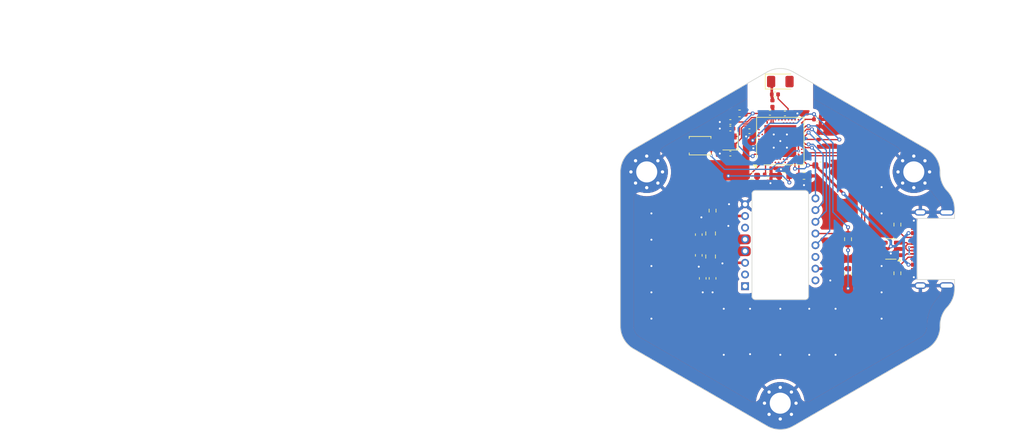
<source format=kicad_pcb>
(kicad_pcb (version 20240108) (generator "pcbnew") (generator_version "8.0")
  (title_block (title "HexTrack PCB") (date "2025-01-09") (rev "v0.0.1") (company "TMShader") (comment 9 "HexTrack"))
  (layers (0 "F.Cu" signal) (31 "B.Cu" signal) (34 "B.Paste" user) (35 "F.Paste" user) (36 "B.SilkS" user "B.Silkscreen") (37 "F.SilkS" user "F.Silkscreen") (38 "B.Mask" user) (39 "F.Mask" user) (44 "Edge.Cuts" user))
  (net 0 "")
  (net 1 "GND")
  (net 2 "VBUS")
  (net 3 "+1V8")
  (net 4 "Net-(NS1-VDDPIX)")
  (net 5 "Net-(NS1-LED_P)")
  (net 11 "Net-(NS1-~{RESET})")
  (net 12 "Net-(USB1-CC1)")
  (net 13 "Net-(USB1-CC2)")
  (net 59 "/Block Diagram/MCU/~{CS}")
  (net 60 "/Block Diagram/MCU/MOSI")
  (net 61 "/Block Diagram/MCU/MISO")
  (net 62 "/Block Diagram/MCU/SCLK")
  (net 63 "/Block Diagram/MCU/MOTION")
  (net 64 "/Block Diagram/MCU/USB_D-")
  (net 65 "/Block Diagram/MCU/USB_D+")
  (net 68 "/Block Diagram/USB-C/ND-")
  (net 69 "/Block Diagram/USB-C/ND+")
  (net 70 "/Block Diagram/MCU/~{RESET}")
  (net 71 "Net-(ANT1-A)")
  (net 72 "Net-(U2-DEC1)")
  (net 73 "Net-(U2-DEC3)")
  (net 74 "Net-(U2-DEC5)")
  (net 75 "Net-(U2-DECUSB)")
  (net 76 "Net-(U2-DEC4)")
  (net 77 "Net-(U2-XC1)")
  (net 78 "Net-(U2-XC2)")
  (net 79 "RF_GND")
  (net 80 "Net-(U2-ANT)")
  (footprint "MountingHole:MountingHole_3.2mm_M3_Pad_Via" (layer "F.Cu") (at 148.59 128.85652)
    (property "Reference" "H3" (hide yes))
    (property "Value" "Mounting hole with pad" (hide yes))
  )
  (footprint "Capacitor_SMD:C_0402_1005Metric" (layer "F.Cu") (at 141 86.1)
    (property "Reference" "C8" (hide yes))
    (property "Value" "100pF" (hide yes))
  )
  (footprint "Capacitor_SMD:C_0603_1608Metric" (layer "F.Cu") (at 136.2 106.375 -90)
    (property "Reference" "C4" (hide yes))
    (property "Value" "100nF" (hide yes))
  )
  (footprint "Capacitor_SMD:C_0805_2012Metric" (layer "F.Cu") (at 138 103.05 90)
    (property "Reference" "C2" (hide yes))
    (property "Value" "10uF" (hide yes))
  )
  (footprint "Capacitor_SMD:C_0402_1005Metric" (layer "F.Cu") (at 154.4 88.3 -90)
    (property "Reference" "C14" (hide yes))
    (property "Value" "100nF" (hide yes))
  )
  (footprint "Capacitor_SMD:C_0603_1608Metric" (layer "F.Cu") (at 152.2 94.3 180)
    (property "Reference" "C10" (hide yes))
    (property "Value" "4.7uF" (hide yes))
  )
  (footprint "Crystal:Crystal_SMD_2016-4Pin_2.0x1.6mm" (layer "F.Cu") (at 141 89 90)
    (property "Reference" "Y1" (hide yes))
    (property "Value" "32 MHz Crystal" (hide yes))
  )
  (footprint "Resistor_SMD:R_0603_1608Metric" (layer "F.Cu") (at 138.3 99.575 90)
    (property "Reference" "R1" (hide yes))
    (property "Value" "10k" (hide yes))
  )
  (footprint "Capacitor_SMD:C_0603_1608Metric" (layer "F.Cu") (at 149.2 94.3)
    (property "Reference" "C16" (hide yes))
    (property "Value" "4.7uF" (hide yes))
  )
  (footprint "MountingHole:MountingHole_3.2mm_M3_Pad_Via" (layer "F.Cu") (at 128.284717 93.686739)
    (property "Reference" "H1" (hide yes))
    (property "Value" "Mounting hole with pad" (hide yes))
  )
  (footprint "MountingHole:MountingHole_3.2mm_M3_Pad_Via" (layer "F.Cu") (at 168.895282 93.686739)
    (property "Reference" "H2" (hide yes))
    (property "Value" "Mounting hole with pad" (hide yes))
  )
  (footprint "Capacitor_SMD:C_0603_1608Metric" (layer "F.Cu") (at 136.2 103.225 90)
    (property "Reference" "C1" (hide yes))
    (property "Value" "100nF" (hide yes))
  )
  (footprint "Capacitor_SMD:C_0402_1005Metric" (layer "F.Cu") (at 147.78 81.9 180)
    (property "Reference" "C21" (hide yes))
    (property "Value" "0.5pF" (hide yes))
  )
  (footprint "Capacitor_SMD:C_0402_1005Metric" (layer "F.Cu") (at 146.7 94.1 180)
    (property "Reference" "C7" (hide yes))
    (property "Value" "100nF" (hide yes))
  )
  (footprint "Inductor_SMD:L_0402_1005Metric" (layer "F.Cu") (at 147.4 83.3 -90)
    (property "Reference" "L1" (hide yes))
    (property "Value" "4.7nH" (hide yes))
  )
  (footprint "Capacitor_SMD:C_0402_1005Metric" (layer "F.Cu") (at 143.9 87.5)
    (property "Reference" "C15" (hide yes))
    (property "Value" "100nF" (hide yes))
  )
  (footprint "Capacitor_SMD:C_0402_1005Metric" (layer "F.Cu") (at 147.02 84.7)
    (property "Reference" "C20" (hide yes))
    (property "Value" "0.8pF" (hide yes))
  )
  (footprint "Button_Switch_SMD:SW_SPST_B3U-1000P" (layer "F.Cu") (at 136.4 89.7)
    (property "Reference" "SW1" (hide yes))
    (property "Value" "B3U-1000P" (hide yes))
  )
  (footprint "Resistor_SMD:R_0603_1608Metric" (layer "F.Cu") (at 166.4 101.7 -90)
    (property "Reference" "R5" (hide yes))
    (property "Value" "5.1k" (hide yes))
  )
  (footprint "Resistor_SMD:R_0603_1608Metric" (layer "F.Cu") (at 158.9 109.225 90)
    (property "Reference" "R2" (hide yes))
    (property "Value" "13R" (hide yes))
  )
  (footprint "Capacitor_SMD:C_0603_1608Metric" (layer "F.Cu") (at 144.3 94.3 180)
    (property "Reference" "C17" (hide yes))
    (property "Value" "1uF" (hide yes))
  )
  (footprint "Capacitor_SMD:C_0603_1608Metric" (layer "F.Cu") (at 142.4 84.8)
    (property "Reference" "C11" (hide yes))
    (property "Value" "1uF" (hide yes))
  )
  (footprint "HexTrack:Nordic_AQFN-73-1EP_7x7mm_P0.5mm" (layer "F.Cu") (at 148.6 89 90)
    (property "Reference" "U2" (hide yes))
    (property "Value" "nRF52840" (hide yes))
  )
  (footprint "Capacitor_SMD:C_0805_2012Metric" (layer "F.Cu") (at 138 106.55 -90)
    (property "Reference" "C3" (hide yes))
    (property "Value" "10uF" (hide yes))
  )
  (footprint "Capacitor_SMD:C_0603_1608Metric" (layer "F.Cu") (at 136.8 109.875 -90)
    (property "Reference" "C6" (hide yes))
    (property "Value" "4.7uF 10V" (hide yes))
  )
  (footprint "Capacitor_SMD:C_0603_1608Metric" (layer "F.Cu") (at 154.7 92.7 180)
    (property "Reference" "C13" (hide yes))
    (property "Value" "4.7uF" (hide yes))
  )
  (footprint "Resistor_SMD:R_0603_1608Metric" (layer "F.Cu") (at 166.4 109.1 90)
    (property "Reference" "R4" (hide yes))
    (property "Value" "5.1k" (hide yes))
  )
  (footprint "Capacitor_SMD:C_0603_1608Metric" (layer "F.Cu") (at 138.3 109.875 -90)
    (property "Reference" "C5" (hide yes))
    (property "Value" "100nF" (hide yes))
  )
  (footprint "HexTrack:USB_C_16P_CB0.8_073" (layer "F.Cu") (at 176 105.4 -90)
    (property "Reference" "USB1")
    (property "Value" "USB Type-C Receptacle 16P" (hide yes))
  )
  (footprint "Capacitor_SMD:C_0402_1005Metric" (layer "F.Cu") (at 141 90.9 180)
    (property "Reference" "C19" (hide yes))
    (property "Value" "12pF" (hide yes))
  )
  (footprint "Capacitor_SMD:C_0402_1005Metric" (layer "F.Cu") (at 141 87.1 180)
    (property "Reference" "C18" (hide yes))
    (property "Value" "12pF" (hide yes))
  )
  (footprint "Resistor_SMD:R_0603_1608Metric" (layer "F.Cu") (at 158.9 103.925 -90)
    (property "Reference" "R3" (hide yes))
    (property "Value" "10k" (hide yes))
  )
  (footprint "Capacitor_SMD:C_0402_1005Metric" (layer "F.Cu") (at 149.3 84.8 180)
    (property "Reference" "C9" (hide yes))
    (property "Value" "820pF" (hide yes))
  )
  (footprint "Package_TO_SOT_SMD:SOT-23-6" (layer "F.Cu") (at 165.4 105.4 180)
    (property "Reference" "U1" (hide yes))
    (property "Value" "USBLC6-2SC6" (hide yes))
  )
  (footprint "Diode_SMD:D_1206_3216Metric" (layer "F.Cu") (at 148.6 79.950605)
    (property "Reference" "ANT1" (hide yes))
    (property "Value" "Antenna" (hide yes))
  )
  (footprint "Capacitor_SMD:C_0402_1005Metric" (layer "F.Cu") (at 154.2 85.7 180)
    (property "Reference" "C12" (hide yes))
    (property "Value" "100nF" (hide yes))
  )
  (footprint "HexTrack:PixArt_PMW3389DM-T3QU" (layer "B.Cu") (at 148.59 105.41)
    (property "Reference" "NS1" (hide yes))
    (property "Value" "PMW3389DM-T3QU" (hide yes))
    (fp_line (start -4.3 7.2) (end -4.3 -8.4) (stroke (width 0.1)) (layer "Edge.Cuts"))
    (fp_line (start 3.8 -8.9) (end -3.8 -8.9) (stroke (width 0.1)) (layer "Edge.Cuts"))
    (fp_line (start 3.8 7.7) (end -3.8 7.7) (stroke (width 0.1)) (layer "Edge.Cuts"))
    (fp_line (start 4.3 -8.4) (end 4.3 7.2) (stroke (width 0.1)) (layer "Edge.Cuts"))
    (fp_arc (start -4.3 -8.4) (mid -4.153553 -8.753553) (end -3.8 -8.9) (stroke (width 0.1)) (layer "Edge.Cuts"))
    (fp_arc (start -3.8 7.7) (mid -4.153554 7.553554) (end -4.3 7.2) (stroke (width 0.1)) (layer "Edge.Cuts"))
    (fp_arc (start 3.8 -8.9) (mid 4.153553 -8.753553) (end 4.3 -8.4) (stroke (width 0.1)) (layer "Edge.Cuts"))
    (fp_arc (start 4.3 7.2) (mid 4.153553 7.553553) (end 3.8 7.7) (stroke (width 0.1)) (layer "Edge.Cuts"))
  )
  (gr_arc (start 124.284717 93.686739) (mid 124.820615 91.686738) (end 126.284717 90.222637) (stroke (width 0.1)) (layer "Edge.Cuts"))
  (gr_line (start 169.39 110.06) (end 169.39 100.76) (stroke (width 0.1)) (layer "Edge.Cuts"))
  (gr_line (start 124.284717 93.686739) (end 124.284717 117.13326) (stroke (width 0.1)) (layer "Edge.Cuts"))
  (gr_arc (start 172.895282 116.979447) (mid 173.179744 115.497993) (end 173.992641 114.227234) (stroke (width 0.1)) (layer "Edge.Cuts"))
  (gr_arc (start 173.992641 96.592765) (mid 174.805549 97.863519) (end 175.09 99.344977) (stroke (width 0.1)) (layer "Edge.Cuts"))
  (gr_line (start 126.284717 120.597362) (end 146.59 132.320622) (stroke (width 0.1)) (layer "Edge.Cuts"))
  (gr_line (start 146.59 78.499377) (end 126.284717 90.222637) (stroke (width 0.1)) (layer "Edge.Cuts"))
  (gr_arc (start 150.59 132.320622) (mid 148.59 132.85652) (end 146.59 132.320622) (stroke (width 0.1)) (layer "Edge.Cuts"))
  (gr_line (start 172.895282 117.13326) (end 172.895282 116.979447) (stroke (width 0.1)) (layer "Edge.Cuts"))
  (gr_arc (start 170.895282 90.222637) (mid 172.359385 91.686738) (end 172.895282 93.686739) (stroke (width 0.1)) (layer "Edge.Cuts"))
  (gr_arc (start 173.992641 96.592765) (mid 173.179751 95.322007) (end 172.895282 93.840552) (stroke (width 0.1)) (layer "Edge.Cuts"))
  (gr_line (start 150.59 132.320622) (end 170.895282 120.597362) (stroke (width 0.1)) (layer "Edge.Cuts"))
  (gr_line (start 175.09 110.06) (end 169.39 110.06) (stroke (width 0.1)) (layer "Edge.Cuts"))
  (gr_line (start 169.39 100.76) (end 175.09 100.76) (stroke (width 0.1)) (layer "Edge.Cuts"))
  (gr_arc (start 146.59 78.499377) (mid 148.59 77.963479) (end 150.59 78.499377) (stroke (width 0.1)) (layer "Edge.Cuts"))
  (gr_arc (start 172.895282 117.13326) (mid 172.359387 119.133262) (end 170.895282 120.597362) (stroke (width 0.1)) (layer "Edge.Cuts"))
  (gr_line (start 170.895282 90.222637) (end 150.59 78.499377) (stroke (width 0.1)) (layer "Edge.Cuts"))
  (gr_arc (start 175.09 111.475022) (mid 174.805531 112.95647) (end 173.992641 114.227234) (stroke (width 0.1)) (layer "Edge.Cuts"))
  (gr_arc (start 126.284717 120.597362) (mid 124.820615 119.13326) (end 124.284717 117.13326) (stroke (width 0.1)) (layer "Edge.Cuts"))
  (gr_line (start 172.895282 93.840552) (end 172.895282 93.686739) (stroke (width 0.1)) (layer "Edge.Cuts"))
  (gr_line (start 175.09 100.76) (end 175.09 99.344977) (stroke (width 0.1)) (layer "Edge.Cuts"))
  (gr_line (start 175.09 111.475022) (end 175.09 110.06) (stroke (width 0.1)) (layer "Edge.Cuts"))
  (segment (start 148.26 81.9) (end 148.26 82.56) (width 0.2) (layer "F.Cu") (net 1))
  (segment (start 144.975 90.575) (end 145.775 90.575) (width 0.2) (layer "F.Cu") (net 1))
  (segment (start 148.26 82.56) (end 149.78 84.08) (width 0.2) (layer "F.Cu") (net 1))
  (segment (start 144.5 90.1) (end 144.975 90.575) (width 0.2) (layer "F.Cu") (net 1))
  (segment (start 143.4 87.52) (end 143.42 87.5) (width 0.4) (layer "F.Cu") (net 1))
  (segment (start 145.775 90.575) (end 145.85 90.5) (width 0.2) (layer "F.Cu") (net 1))
  (segment (start 165.4 106.1) (end 166.1 105.4) (width 0.2) (layer "F.Cu") (net 1))
  (segment (start 143.4 88.3) (end 143.4 87.52) (width 0.4) (layer "F.Cu") (net 1))
  (segment (start 136.2 108.1) (end 136.2 107.15) (width 0.4) (layer "F.Cu") (net 1))
  (segment (start 149.78 84.08) (end 149.78 84.8) (width 0.2) (layer "F.Cu") (net 1))
  (segment (start 166.1 105.4) (end 166.5375 105.4) (width 0.2) (layer "F.Cu") (net 1))
  (via (at 168.9 101.1) (size 0.6) (drill 0.3) (layers "F.Cu" "B.Cu") (net 1))
  (via (at 129 116) (size 0.6) (drill 0.3) (layers "F.Cu" "B.Cu") (net 1))
  (via (at 148.6 114.5) (size 0.6) (drill 0.3) (layers "F.Cu" "B.Cu") (net 1))
  (via (at 148.6 121.5) (size 0.6) (drill 0.3) (layers "F.Cu" "B.Cu") (net 1))
  (via (at 140 114.5) (size 0.6) (drill 0.3) (layers "F.Cu" "B.Cu") (net 1))
  (via (at 165.4 106.1) (size 0.6) (drill 0.3) (layers "F.Cu" "B.Cu") (net 1))
  (via (at 144 121.4) (size 0.6) (drill 0.3) (layers "F.Cu" "B.Cu") (net 1))
  (via (at 148.7 93.3) (size 0.6) (drill 0.3) (layers "F.Cu" "B.Cu") (net 1))
  (via (at 139.4 86.1) (size 0.6) (drill 0.3) (layers "F.Cu" "B.Cu") (net 1))
  (via (at 129 112) (size 0.6) (drill 0.3) (layers "F.Cu" "B.Cu") (net 1))
  (via (at 140.7 101.9) (size 0.6) (drill 0.3) (layers "F.Cu" "B.Cu") (net 1))
  (via (at 138.3 112) (size 0.6) (drill 0.3) (layers "F.Cu" "B.Cu") (net 1))
  (via (at 164 108) (size 0.6) (drill 0.3) (layers "F.Cu" "B.Cu") (net 1))
  (via (at 139.4 90.9) (size 0.6) (drill 0.3) (layers "F.Cu" "B.Cu") (net 1))
  (via (at 129 100) (size 0.6) (drill 0.3) (layers "F.Cu" "B.Cu") (net 1))
  (via (at 129 104) (size 0.6) (drill 0.3) (layers "F.Cu" "B.Cu") (net 1))
  (via (at 147.1 95.4) (size 0.6) (drill 0.3) (layers "F.Cu" "B.Cu") (net 1))
  (via (at 157 121.5) (size 0.6) (drill 0.3) (layers "F.Cu" "B.Cu") (net 1))
  (via (at 168.9 109.7) (size 0.6) (drill 0.3) (layers "F.Cu" "B.Cu") (net 1))
  (via (at 136.6 100.6) (size 0.6) (drill 0.3) (layers "F.Cu" "B.Cu") (net 1))
  (via (at 148.6 89) (size 0.6) (drill 0.3) (layers "F.Cu" "B.Cu") (net 1))
  (via (at 143.4 88.3) (size 0.6) (drill 0.3) (layers "F.Cu" "B.Cu") (net 1))
  (via (at 149.6 90) (size 0.6) (drill 0.3) (layers "F.Cu" "B.Cu") (net 1))
  (via (at 156.2 110.2) (size 0.6) (drill 0.3) (layers "F.Cu" "B.Cu") (net 1))
  (via (at 164 112) (size 0.6) (drill 0.3) (layers "F.Cu" "B.Cu") (net 1))
  (via (at 136.8 112) (size 0.6) (drill 0.3) (layers "F.Cu" "B.Cu") (net 1))
  (via (at 139.4 87.1) (size 0.6) (drill 0.3) (layers "F.Cu" "B.Cu") (net 1))
  (via (at 153 121.5) (size 0.6) (drill 0.3) (layers "F.Cu" "B.Cu") (net 1))
  (via (at 164 100) (size 0.6) (drill 0.3) (layers "F.Cu" "B.Cu") (net 1))
  (via (at 136.2 108.1) (size 0.6) (drill 0.3) (layers "F.Cu" "B.Cu") (net 1))
  (via (at 129 108) (size 0.6) (drill 0.3) (layers "F.Cu" "B.Cu") (net 1))
  (via (at 147.6 88) (size 0.6) (drill 0.3) (layers "F.Cu" "B.Cu") (net 1))
  (via (at 144 114.5) (size 0.6) (drill 0.3) (layers "F.Cu" "B.Cu") (net 1))
  (via (at 151.2 84.8) (size 0.6) (drill 0.3) (layers "F.Cu" "B.Cu") (net 1))
  (via (at 153 114.5) (size 0.6) (drill 0.3) (layers "F.Cu" "B.Cu") (net 1))
  (via (at 149.6 88) (size 0.6) (drill 0.3) (layers "F.Cu" "B.Cu") (net 1))
  (via (at 139.8 107.6) (size 0.6) (drill 0.3) (layers "F.Cu" "B.Cu") (net 1))
  (via (at 140 121.5) (size 0.6) (drill 0.3) (layers "F.Cu" "B.Cu") (net 1))
  (via (at 157 114.5) (size 0.6) (drill 0.3) (layers "F.Cu" "B.Cu") (net 1))
  (via (at 147.6 90) (size 0.6) (drill 0.3) (layers "F.Cu" "B.Cu") (net 1))
  (via (at 164 96) (size 0.6) (drill 0.3) (layers "F.Cu" "B.Cu") (net 1))
  (via (at 164 116) (size 0.6) (drill 0.3) (layers "F.Cu" "B.Cu") (net 1))
  (via (at 144.5 90.1) (size 0.6) (drill 0.3) (layers "F.Cu" "B.Cu") (net 1))
  (via (at 152.2 95.7) (size 0.6) (drill 0.3) (layers "F.Cu" "B.Cu") (net 1))
  (via (at 140.8 98.6) (size 0.6) (drill 0.3) (layers "F.Cu" "B.Cu") (net 1))
  (segment (start 165 105.4) (end 164.2625 105.4) (width 0.4) (layer "F.Cu") (net 2))
  (segment (start 158.2 96.975) (end 153.925 92.7) (width 0.4) (layer "F.Cu") (net 2))
  (segment (start 152.8 92.7) (end 151.85 91.75) (width 0.2) (layer "F.Cu") (net 2))
  (segment (start 168.1 103) (end 169 103) (width 0.2) (layer "F.Cu") (net 2))
  (segment (start 150.823612 93.2) (end 150.823612 92.122571) (width 0.2) (layer "F.Cu") (net 2))
  (segment (start 165.4 105) (end 165 105.4) (width 0.4) (layer "F.Cu") (net 2))
  (segment (start 158.2 97) (end 158.2 96.975) (width 0.4) (layer "F.Cu") (net 2))
  (segment (start 150.823612 92.122571) (end 150.6 91.898959) (width 0.2) (layer "F.Cu") (net 2))
  (segment (start 153.925 92.7) (end 152.8 92.7) (width 0.2) (layer "F.Cu") (net 2))
  (segment (start 168.1 107.8) (end 169 107.8) (width 0.2) (layer "F.Cu") (net 2))
  (segment (start 150.6 91.898959) (end 150.6 91.75) (width 0.2) (layer "F.Cu") (net 2))
  (via (at 152.8 92.7) (size 0.6) (drill 0.3) (layers "F.Cu" "B.Cu") (net 2))
  (via (at 150.823612 93.2) (size 0.6) (drill 0.3) (layers "F.Cu" "B.Cu") (net 2))
  (via (at 165.4 105) (size 0.6) (drill 0.3) (layers "F.Cu" "B.Cu") (net 2))
  (via (at 168.1 107.8) (size 0.6) (drill 0.3) (layers "F.Cu" "B.Cu") (net 2))
  (via (at 158.2 97) (size 0.6) (drill 0.3) (layers "F.Cu" "B.Cu") (net 2))
  (via (at 168.1 103) (size 0.6) (drill 0.3) (layers "F.Cu" "B.Cu") (net 2))
  (segment (start 166.1 105) (end 168.1 103) (width 0.4) (layer "B.Cu") (net 2))
  (segment (start 150.823612 93.2) (end 152.3 93.2) (width 0.2) (layer "B.Cu") (net 2))
  (segment (start 165.4 105) (end 166.1 105) (width 0.4) (layer "B.Cu") (net 2))
  (segment (start 152.3 93.2) (end 152.8 92.7) (width 0.2) (layer "B.Cu") (net 2))
  (segment (start 167.35 107.05) (end 168.1 107.8) (width 0.4) (layer "B.Cu") (net 2))
  (segment (start 167.35 103.75) (end 167.35 107.05) (width 0.4) (layer "B.Cu") (net 2))
  (segment (start 168.1 103) (end 167.35 103.75) (width 0.4) (layer "B.Cu") (net 2))
  (segment (start 165.4 104.2) (end 165.4 105) (width 0.4) (layer "B.Cu") (net 2))
  (segment (start 158.2 97) (end 165.4 104.2) (width 0.4) (layer "B.Cu") (net 2))
  (segment (start 153.72 84.9) (end 153.72 85.7) (width 0.2) (layer "F.Cu") (net 3))
  (segment (start 149.975 95.3) (end 149.975 94.3) (width 0.2) (layer "F.Cu") (net 3))
  (segment (start 144.38 87.5) (end 144.38 87.02) (width 0.2) (layer "F.Cu") (net 3))
  (segment (start 143.24 105.73) (end 138.13 105.73) (width 0.4) (layer "F.Cu") (net 3))
  (segment (start 154.37 88.75) (end 154.4 88.78) (width 0.2) (layer "F.Cu") (net 3))
  (segment (start 136.2 104) (end 138 104) (width 0.4) (layer "F.Cu") (net 3))
  (segment (start 150.35 92.55) (end 150.35 92.25) (width 0.2) (layer "F.Cu") (net 3))
  (segment (start 144.65 86.75) (end 145.35 86.75) (width 0.2) (layer "F.Cu") (net 3))
  (segment (start 138.13 105.73) (end 138 105.6) (width 0.4) (layer "F.Cu") (net 3))
  (segment (start 144.38 87.02) (end 144.65 86.75) (width 0.2) (layer "F.Cu") (net 3))
  (segment (start 150 94.275) (end 150 92.9) (width 0.2) (layer "F.Cu") (net 3))
  (segment (start 151.85 86.25) (end 152.4 85.7) (width 0.2) (layer "F.Cu") (net 3))
  (segment (start 149.975 94.3) (end 150 94.275) (width 0.2) (layer "F.Cu") (net 3))
  (segment (start 145.85 92.25) (end 143.8 94.3) (width 0.2) (layer "F.Cu") (net 3))
  (segment (start 152.4 85.7) (end 153.72 85.7) (width 0.2) (layer "F.Cu") (net 3))
  (segment (start 143.8 94.3) (end 143.525 94.3) (width 0.2) (layer "F.Cu") (net 3))
  (segment (start 157.58 88.78) (end 154.4 88.78) (width 0.2) (layer "F.Cu") (net 3))
  (segment (start 138 104) (end 143.19 104) (width 0.4) (layer "F.Cu") (net 3))
  (segment (start 158.9 104.75) (end 158.9 105.6) (width 0.2) (layer "F.Cu") (net 3))
  (segment (start 143.19 104) (end 143.24 103.95) (width 0.4) (layer "F.Cu") (net 3))
  (segment (start 151.85 88.75) (end 154.37 88.75) (width 0.2) (layer "F.Cu") (net 3))
  (segment (start 136.2 105.6) (end 138 105.6) (width 0.4) (layer "F.Cu") (net 3))
  (segment (start 150 92.9) (end 150.35 92.55) (width 0.2) (layer "F.Cu") (net 3))
  (via (at 144.4 88.9) (size 0.6) (drill 0.3) (layers "F.Cu" "B.Cu") (net 3))
  (via (at 158.9 105.6) (size 0.6) (drill 0.3) (layers "F.Cu" "B.Cu") (net 3))
  (via (at 149.975 95.3) (size 0.6) (drill 0.3) (layers "F.Cu" "B.Cu") (net 3))
  (via (at 157.58 88.78) (size 0.6) (drill 0.3) (layers "F.Cu" "B.Cu") (net 3))
  (via (at 140.7 94.3) (size 0.6) (drill 0.3) (layers "F.Cu" "B.Cu") (net 3))
  (via (at 153.72 84.9) (size 0.6) (drill 0.3) (layers "F.Cu" "B.Cu") (net 3))
  (via (at 158.9 111.4) (size 0.6) (drill 0.3) (layers "F.Cu" "B.Cu") (net 3))
  (segment (start 147 86.3) (end 151.1 86.3) (width 0.2) (layer "B.Cu") (net 3))
  (segment (start 157.58 88.78) (end 153.72 84.92) (width 0.2) (layer "B.Cu") (net 3))
  (segment (start 152.5 84.9) (end 153.72 84.9) (width 0.2) (layer "B.Cu") (net 3))
  (segment (start 153.72 84.92) (end 153.72 84.9) (width 0.2) (layer "B.Cu") (net 3))
  (segment (start 151.1 86.3) (end 152.5 84.9) (width 0.2) (layer "B.Cu") (net 3))
  (segment (start 158.9 105.6) (end 158.9 111.4) (width 0.2) (layer "B.Cu") (net 3))
  (segment (start 148.975 94.3) (end 149.975 95.3) (width 0.2) (layer "B.Cu") (net 3))
  (segment (start 140.7 94.3) (end 148.975 94.3) (width 0.2) (layer "B.Cu") (net 3))
  (segment (start 144.4 88.9) (end 147 86.3) (width 0.2) (layer "B.Cu") (net 3))
  (segment (start 140 109.1) (end 141.59 107.51) (width 0.4) (layer "F.Cu") (net 4))
  (segment (start 138.3 109.1) (end 136.8 109.1) (width 0.4) (layer "F.Cu") (net 4))
  (segment (start 138.3 109.1) (end 140 109.1) (width 0.4) (layer "F.Cu") (net 4))
  (segment (start 141.59 107.51) (end 143.24 107.51) (width 0.4) (layer "F.Cu") (net 4))
  (segment (start 153.94 108.4) (end 158.9 108.4) (width 0.4) (layer "F.Cu") (net 5))
  (segment (start 143.24 100.39) (end 138.31 100.39) (width 0.4) (layer "F.Cu") (net 11))
  (segment (start 138.31 100.39) (end 138.3 100.4) (width 0.4) (layer "F.Cu") (net 11))
  (segment (start 169 106.65) (end 168.05 106.65) (width 0.2) (layer "F.Cu") (net 12))
  (segment (start 168.05 106.65) (end 166.425 108.275) (width 0.2) (layer "F.Cu") (net 12))
  (segment (start 166.425 108.275) (end 166.4 108.275) (width 0.2) (layer "F.Cu") (net 12))
  (segment (start 166.4 102.525) (end 167.525 103.65) (width 0.2) (layer "F.Cu") (net 13))
  (segment (start 167.525 103.65) (end 169 103.65) (width 0.2) (layer "F.Cu") (net 13))
  (segment (start 153.4 87.2) (end 152.6 87.2) (width 0.2) (layer "F.Cu") (net 59))
  (segment (start 152.05 87.75) (end 151.85 87.75) (width 0.2) (layer "F.Cu") (net 59))
  (segment (start 152.6 87.2) (end 152.05 87.75) (width 0.2) (layer "F.Cu") (net 59))
  (via (at 153.4 87.2) (size 0.6) (drill 0.3) (layers "F.Cu" "B.Cu") (net 59))
  (segment (start 153.94 104.84) (end 156.1 102.68) (width 0.2) (layer "B.Cu") (net 59))
  (segment (start 156.1 102.68) (end 156.1 89.9) (width 0.2) (layer "B.Cu") (net 59))
  (segment (start 156.1 89.9) (end 153.4 87.2) (width 0.2) (layer "B.Cu") (net 59))
  (segment (start 151.85 88.25) (end 152.35 88.25) (width 0.2) (layer "F.Cu") (net 60))
  (segment (start 152.35 88.25) (end 152.9 87.7) (width 0.2) (layer "F.Cu") (net 60))
  (via (at 152.9 87.7) (size 0.6) (drill 0.3) (layers "F.Cu" "B.Cu") (net 60))
  (segment (start 153.94 101.28) (end 155.6 99.62) (width 0.2) (layer "B.Cu") (net 60))
  (segment (start 155.6 99.62) (end 155.6 90.4) (width 0.2) (layer "B.Cu") (net 60))
  (segment (start 155.6 90.4) (end 152.9 87.7) (width 0.2) (layer "B.Cu") (net 60))
  (segment (start 152.5 86.7) (end 151.95 87.25) (width 0.2) (layer "F.Cu") (net 61))
  (segment (start 158.9 103.1) (end 158.9 102.1) (width 0.2) (layer "F.Cu") (net 61))
  (segment (start 158.86 103.06) (end 158.9 103.1) (width 0.4) (layer "F.Cu") (net 61))
  (segment (start 151.95 87.25) (end 151.85 87.25) (width 0.2) (layer "F.Cu") (net 61))
  (segment (start 152.9 86.7) (end 152.5 86.7) (width 0.2) (layer "F.Cu") (net 61))
  (segment (start 153.94 103.06) (end 158.86 103.06) (width 0.2) (layer "F.Cu") (net 61))
  (via (at 158.9 102.1) (size 0.6) (drill 0.3) (layers "F.Cu" "B.Cu") (net 61))
  (via (at 152.9 86.7) (size 0.6) (drill 0.3) (layers "F.Cu" "B.Cu") (net 61))
  (segment (start 158.9 102.1) (end 156.6 99.8) (width 0.2) (layer "B.Cu") (net 61))
  (segment (start 156.6 99.8) (end 156.6 89.3) (width 0.2) (layer "B.Cu") (net 61))
  (segment (start 156.6 89.3) (end 154 86.7) (width 0.2) (layer "B.Cu") (net 61))
  (segment (start 154 86.7) (end 152.9 86.7) (width 0.2) (layer "B.Cu") (net 61))
  (segment (start 152.9 89.5) (end 152.45 89.5) (width 0.2) (layer "F.Cu") (net 62))
  (segment (start 152.2 89.25) (end 151.85 89.25) (width 0.2) (layer "F.Cu") (net 62))
  (segment (start 152.45 89.5) (end 152.2 89.25) (width 0.2) (layer "F.Cu") (net 62))
  (via (at 152.9 89.5) (size 0.6) (drill 0.3) (layers "F.Cu" "B.Cu") (net 62))
  (segment (start 153.607107 89.5) (end 152.9 89.5) (width 0.2) (layer "B.Cu") (net 62))
  (segment (start 155.1 98.34) (end 155.1 90.992893) (width 0.2) (layer "B.Cu") (net 62))
  (segment (start 153.94 99.5) (end 155.1 98.34) (width 0.2) (layer "B.Cu") (net 62))
  (segment (start 155.1 90.992893) (end 153.607107 89.5) (width 0.2) (layer "B.Cu") (net 62))
  (segment (start 153.4 90) (end 152.45 90) (width 0.2) (layer "F.Cu") (net 63))
  (segment (start 152.45 90) (end 152.2 89.75) (width 0.2) (layer "F.Cu") (net 63))
  (segment (start 152.2 89.75) (end 151.85 89.75) (width 0.2) (layer "F.Cu") (net 63))
  (via (at 153.4 90) (size 0.6) (drill 0.3) (layers "F.Cu" "B.Cu") (net 63))
  (segment (start 153.94 97.72) (end 153.94 90.54) (width 0.2) (layer "B.Cu") (net 63))
  (segment (start 153.94 90.54) (end 153.4 90) (width 0.2) (layer "B.Cu") (net 63))
  (segment (start 161.8068 105.625) (end 160.975 104.7932) (width 0.2) (layer "F.Cu") (net 64))
  (segment (start 160.975 94.0932) (end 158.106801 91.225001) (width 0.2) (layer "F.Cu") (net 64))
  (segment (start 151.874999 91.225001) (end 151.85 91.25) (width 0.2) (layer "F.Cu") (net 64))
  (segment (start 162.543749 105.625) (end 161.8068 105.625) (width 0.2) (layer "F.Cu") (net 64))
  (segment (start 160.975 104.7932) (end 160.975 94.0932) (width 0.2) (layer "F.Cu") (net 64))
  (segment (start 158.106801 91.225001) (end 151.874999 91.225001) (width 0.2) (layer "F.Cu") (net 64))
  (segment (start 163.268749 106.35) (end 162.543749 105.625) (width 0.2) (layer "F.Cu") (net 64))
  (segment (start 164.2625 106.35) (end 163.268749 106.35) (width 0.2) (layer "F.Cu") (net 64))
  (segment (start 161.9932 105.175) (end 161.425 104.6068) (width 0.2) (layer "F.Cu") (net 65))
  (segment (start 161.425 104.6068) (end 161.425 93.9068) (width 0.2) (layer "F.Cu") (net 65))
  (segment (start 161.425 93.9068) (end 158.293199 90.774999) (width 0.2) (layer "F.Cu") (net 65))
  (segment (start 162.543749 105.175) (end 161.9932 105.175) (width 0.2) (layer "F.Cu") (net 65))
  (segment (start 151.874999 90.774999) (end 151.85 90.75) (width 0.2) (layer "F.Cu") (net 65))
  (segment (start 158.293199 90.774999) (end 151.874999 90.774999) (width 0.2) (layer "F.Cu") (net 65))
  (segment (start 163.268749 104.45) (end 162.543749 105.175) (width 0.2) (layer "F.Cu") (net 65))
  (segment (start 164.2625 104.45) (end 163.268749 104.45) (width 0.2) (layer "F.Cu") (net 65))
  (segment (start 167.6 106.35) (end 166.5375 106.35) (width 0.2) (layer "F.Cu") (net 68))
  (segment (start 167.8 106.15) (end 168.2 106.15) (width 0.2) (layer "F.Cu") (net 68))
  (segment (start 167.6 106.35) (end 167.8 106.15) (width 0.2) (layer "F.Cu") (net 68))
  (segment (start 168.2 105.15) (end 169 105.15) (width 0.2) (layer "F.Cu") (net 68))
  (segment (start 168.2 106.15) (end 169 106.15) (width 0.2) (layer "F.Cu") (net 68))
  (via (at 168.2 106.15) (size 0.4) (drill 0.2) (layers "F.Cu" "B.Cu") (net 68))
  (via (at 168.2 105.15) (size 0.4) (drill 0.2) (layers "F.Cu" "B.Cu") (net 68))
  (segment (start 168.2 105.15) (end 168.2 106.15) (width 0.2) (layer "B.Cu") (net 68))
  (segment (start 167.7 105.357107) (end 167.7 104.942893) (width 0.2) (layer "F.Cu") (net 69))
  (segment (start 167.792893 104.45) (end 166.5375 104.45) (width 0.2) (layer "F.Cu") (net 69))
  (segment (start 167.992893 104.65) (end 169 104.65) (width 0.2) (layer "F.Cu") (net 69))
  (segment (start 167.7 104.942893) (end 167.992893 104.65) (width 0.2) (layer "F.Cu") (net 69))
  (segment (start 167.992893 105.65) (end 167.7 105.357107) (width 0.2) (layer "F.Cu") (net 69))
  (segment (start 169 105.65) (end 167.992893 105.65) (width 0.2) (layer "F.Cu") (net 69))
  (segment (start 167.992893 104.65) (end 167.792893 104.45) (width 0.2) (layer "F.Cu") (net 69))
  (segment (start 138.1 91.2) (end 138.1 89.7) (width 0.2) (layer "F.Cu") (net 70))
  (segment (start 151.35 89) (end 151.35 90.45) (width 0.2) (layer "F.Cu") (net 70))
  (segment (start 151.35 90.45) (end 151.4 90.5) (width 0.2) (layer "F.Cu") (net 70))
  (via (at 138.1 91.2) (size 0.4) (drill 0.2) (layers "F.Cu" "B.Cu") (net 70))
  (via (at 151.4 90.5) (size 0.4) (drill 0.2) (layers "F.Cu" "B.Cu") (net 70))
  (segment (start 138.1 91.3) (end 140.1 93.3) (width 0.2) (layer "B.Cu") (net 70))
  (segment (start 140.1 93.3) (end 147.2 93.3) (width 0.2) (layer "B.Cu") (net 70))
  (segment (start 148.8 92.4) (end 150.7 90.5) (width 0.2) (layer "B.Cu") (net 70))
  (segment (start 148.1 92.4) (end 148.8 92.4) (width 0.2) (layer "B.Cu") (net 70))
  (segment (start 138.1 91.2) (end 138.1 91.3) (width 0.2) (layer "B.Cu") (net 70))
  (segment (start 147.2 93.3) (end 148.1 92.4) (width 0.2) (layer "B.Cu") (net 70))
  (segment (start 150.7 90.5) (end 151.4 90.5) (width 0.2) (layer "B.Cu") (net 70))
  (segment (start 147.3 81.9) (end 147.3 80.2) (width 0.4) (layer "F.Cu") (net 71))
  (segment (start 147.4 82.815) (end 147.4 82.4) (width 0.4) (layer "F.Cu") (net 71))
  (segment (start 147.4 82.4) (end 147.3 82.3) (width 0.4) (layer "F.Cu") (net 71))
  (segment (start 147.3 80.2) (end 147.2 80.1) (width 0.4) (layer "F.Cu") (net 71))
  (segment (start 147.3 82.3) (end 147.3 81.9) (width 0.4) (layer "F.Cu") (net 71))
  (segment (start 146.22 94.1) (end 146.35 93.97) (width 0.2) (layer "F.Cu") (net 72))
  (segment (start 146.35 93.97) (end 146.35 92.25) (width 0.2) (layer "F.Cu") (net 72))
  (segment (start 144.226472 85.425) (end 143.551472 86.1) (width 0.2) (layer "F.Cu") (net 73))
  (segment (start 143.551472 86.1) (end 141.48 86.1) (width 0.2) (layer "F.Cu") (net 73))
  (segment (start 146.6 86.25) (end 146.6 86.04038) (width 0.2) (layer "F.Cu") (net 73))
  (segment (start 145.98462 85.425) (end 144.226472 85.425) (width 0.2) (layer "F.Cu") (net 73))
  (segment (start 146.6 86.04038) (end 145.98462 85.425) (width 0.2) (layer "F.Cu") (net 73))
  (segment (start 148.85 84.83) (end 148.82 84.8) (width 0.2) (layer "F.Cu") (net 74))
  (segment (start 148.85 85.75) (end 148.85 84.83) (width 0.2) (layer "F.Cu") (net 74))
  (segment (start 151.35 91) (end 151.425 91.075) (width 0.2) (layer "F.Cu") (net 75))
  (segment (start 151.425 91.075) (end 151.425 94.3) (width 0.2) (layer "F.Cu") (net 75))
  (segment (start 146.733884 85.75) (end 145.783884 84.8) (width 0.2) (layer "F.Cu") (net 76))
  (segment (start 144.4 91.3) (end 144.7 91) (width 0.2) (layer "F.Cu") (net 76))
  (segment (start 144.7 91) (end 145.85 91) (width 0.2) (layer "F.Cu") (net 76))
  (segment (start 144.4 84.8) (end 143.175 84.8) (width 0.2) (layer "F.Cu") (net 76))
  (segment (start 145.783884 84.8) (end 144.4 84.8) (width 0.2) (layer "F.Cu") (net 76))
  (segment (start 146.85 85.75) (end 146.733884 85.75) (width 0.2) (layer "F.Cu") (net 76))
  (via (at 144.4 91.3) (size 0.6) (drill 0.3) (layers "F.Cu" "B.Cu") (net 76))
  (via (at 144.4 84.8) (size 0.6) (drill 0.3) (layers "F.Cu" "B.Cu") (net 76))
  (segment (start 143.8 91.3) (end 142.2 89.7) (width 0.2) (layer "B.Cu") (net 76))
  (segment (start 142.2 89.7) (end 142.2 87) (width 0.2) (layer "B.Cu") (net 76))
  (segment (start 142.2 87) (end 144.4 84.8) (width 0.2) (layer "B.Cu") (net 76))
  (segment (start 144.4 91.3) (end 143.8 91.3) (width 0.2) (layer "B.Cu") (net 76))
  (segment (start 145.85 85.75) (end 144.325736 85.75) (width 0.2) (layer "F.Cu") (net 77))
  (segment (start 142.1 88.3) (end 141.55 88.3) (width 0.2) (layer "F.Cu") (net 77))
  (segment (start 142.4 86.8) (end 142.4 88) (width 0.2) (layer "F.Cu") (net 77))
  (segment (start 143.675736 86.4) (end 142.8 86.4) (width 0.2) (layer "F.Cu") (net 77))
  (segment (start 141.48 87.1) (end 141.48 88.23) (width 0.2) (layer "F.Cu") (net 77))
  (segment (start 142.8 86.4) (end 142.4 86.8) (width 0.2) (layer "F.Cu") (net 77))
  (segment (start 144.325736 85.75) (end 143.675736 86.4) (width 0.2) (layer "F.Cu") (net 77))
  (segment (start 142.4 88) (end 142.1 88.3) (width 0.2) (layer "F.Cu") (net 77))
  (segment (start 141.48 88.23) (end 141.55 88.3) (width 0.2) (layer "F.Cu") (net 77))
  (segment (start 141.48 90.9) (end 141.48 89.77) (width 0.2) (layer "F.Cu") (net 78))
  (segment (start 143.8 86.7) (end 143 86.7) (width 0.2) (layer "F.Cu") (net 78))
  (segment (start 141.48 89.77) (end 141.55 89.7) (width 0.2) (layer "F.Cu") (net 78))
  (segment (start 143 86.7) (end 142.7 87) (width 0.2) (layer "F.Cu") (net 78))
  (segment (start 145.35 86.25) (end 144.25 86.25) (width 0.2) (layer "F.Cu") (net 78))
  (segment (start 142.7 87) (end 142.7 88.55) (width 0.2) (layer "F.Cu") (net 78))
  (segment (start 144.25 86.25) (end 143.8 86.7) (width 0.2) (layer "F.Cu") (net 78))
  (segment (start 142.7 88.55) (end 141.55 89.7) (width 0.2) (layer "F.Cu") (net 78))
  (segment (start 147.2 85.36) (end 146.54 84.7) (width 0.2) (layer "F.Cu") (net 79))
  (segment (start 147.1 86.25) (end 147.2 86.15) (width 0.2) (layer "F.Cu") (net 79))
  (segment (start 147.2 86.15) (end 147.2 85.36) (width 0.2) (layer "F.Cu") (net 79))
  (segment (start 147.6 86.25) (end 147.5 86.15) (width 0.2) (layer "F.Cu") (net 80))
  (segment (start 147.5 84.2) (end 147.5 84.7) (width 0.4) (layer "F.Cu") (net 80))
  (segment (start 147.4 84.1) (end 147.5 84.2) (width 0.4) (layer "F.Cu") (net 80))
  (segment (start 147.4 83.785) (end 147.4 84.1) (width 0.4) (layer "F.Cu") (net 80))
  (segment (start 147.5 86.15) (end 147.5 84.7) (width 0.2) (layer "F.Cu") (net 80))
  (zone (net 3) (net_name "+1V8") (layer "F.Cu") (priority 2) (connect_pads yes (clearance 0)) (min_thickness 0.025) (fill yes (thermal_gap 0.5) (thermal_bridge_width 0.5) (smoothing fillet) (radius 0.5) (island_removal_mode 1) (island_area_min 10))
    (polygon (pts (xy 144.1 105) (xy 135.4 105) (xy 135.4 104.7) (xy 144.1 104.7) (xy 144.1 103.2) (xy 135.4 103.2) (xy 135.4 100.3) (xy 136.4 99.3) (xy 139.1 99.3) (xy 139.1 96) (xy 140.1 95) (xy 143.9 95) (xy 143.9 89.7) (xy 144.9 89.7) (xy 144.9 88.1) (xy 144.9 87) (xy 143.9 87) (xy 143.9 88.6) (xy 142.9 88.6) (xy 142.9 90.9) (xy 141.9 91.9) (xy 133 91.9) (xy 133 118) (xy 159.7 118) (xy 159.7 109.3) (xy 158.1 109.3) (xy 158.1 115) (xy 157.1 116) (xy 136.4 116) (xy 135.4 115) (xy 135.4 106.5) (xy 144.1 106.5)))
  )
  (zone (net 1) (net_name "GND") (layers "F&B.Cu") (connect_pads (clearance 0.5)) (min_thickness 0.25) (fill yes (thermal_gap 0.5) (thermal_bridge_width 0.5) (smoothing fillet) (radius 0.5))
    (polygon (pts (xy 118.6 75.4) (xy 178.6 75.4) (xy 178.6 135.4) (xy 118.6 135.4)))
  )
  (zone (net 1) (net_name "GND") (layers "F&B.Cu") (priority 1) (connect_pads yes (clearance 0)) (min_thickness 0.025) (fill yes (thermal_gap 0.5) (thermal_bridge_width 0.5) (smoothing fillet) (radius 0.5) (island_removal_mode 1) (island_area_min 10))
    (polygon (pts (xy 178.6 99.8) (xy 178.6 75.4) (xy 118.6 75.4) (xy 118.6 135.4) (xy 178.6 135.4) (xy 178.6 111) (xy 173.1 111) (arc (start 173.1 111.465023) (mid 172.957766 112.205747) (end 172.551321 112.841129)) (arc (start 172.551321 112.841129) (mid 171.331965 114.747261) (end 170.905283 116.969447)) (arc (start 170.905283 117.12326) (mid 170.637334 118.12326) (end 169.905283 118.855311)) (arc (start 153.132704 128.538964) (mid 152.259919 128.600857) (end 151.672537 127.952363)) (arc (start 151.672537 127.952363) (mid 148.6 125.646521) (end 145.527463 127.952363)) (arc (start 145.527463 127.952363) (mid 144.94007 128.60083) (end 144.067296 128.538964)) (arc (start 127.294717 118.855311) (mid 126.562675 118.123259) (end 126.294717 117.12326)) (arc (start 126.294717 97.755955) (mid 126.677517 96.969202) (end 127.532812 96.784713)) (arc (start 127.532812 96.784713) (mid 131.065964 95.276699) (end 130.605349 91.462924)) (arc (start 130.605349 91.462924) (mid 130.337419 90.629979) (end 130.827422 89.905081)) (arc (start 147.6 80.221428) (mid 148.6 79.953479) (end 149.6 80.221428)) (arc (start 166.372578 89.905081) (mid 166.862576 90.62998) (end 166.594651 91.462924)) (arc (start 166.594651 91.462924) (mid 166.353025 95.607025) (end 170.406359 96.502827)) (arc (start 170.406359 96.502827) (mid 171.146881 96.423527) (end 171.736851 96.878061)) (arc (start 171.736851 96.878061) (mid 172.113514 97.441504) (end 172.551321 97.958871)) (arc (start 172.551321 97.958871) (mid 172.957772 98.594249) (end 173.1 99.334977)) (xy 173.1 99.8)))
  )
  (zone (net 0) (net_name "") (layers "F&B.Cu" "*.Mask") (connect_pads yes (clearance 0)) (min_thickness 0.25)
    (keepout (tracks allowed) (vias allowed) (pads allowed) (copperpour not_allowed) (footprints allowed))
    (fill (thermal_gap 0.5) (thermal_bridge_width 0.5) (island_removal_mode 1) (island_area_min 10))
    (polygon (pts (xy 143.6 77) (xy 153.6 77) (xy 153.6 84) (xy 153.3 84.3) (xy 143.9 84.3) (xy 143.6 84)))
  )
)
</source>
